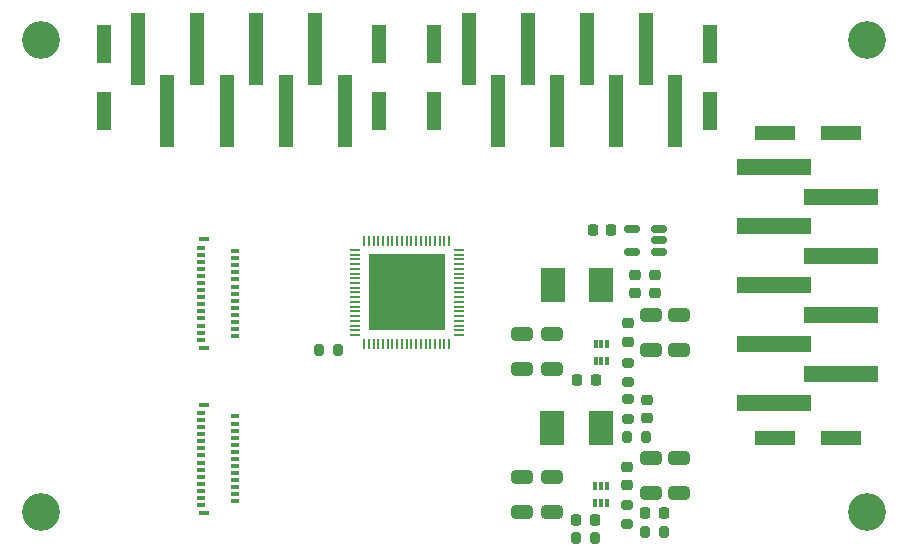
<source format=gbr>
%TF.GenerationSoftware,KiCad,Pcbnew,9.0.7*%
%TF.CreationDate,2026-02-19T01:58:27-08:00*%
%TF.ProjectId,matrix-driver,6d617472-6978-42d6-9472-697665722e6b,rev?*%
%TF.SameCoordinates,Original*%
%TF.FileFunction,Soldermask,Top*%
%TF.FilePolarity,Negative*%
%FSLAX46Y46*%
G04 Gerber Fmt 4.6, Leading zero omitted, Abs format (unit mm)*
G04 Created by KiCad (PCBNEW 9.0.7) date 2026-02-19 01:58:27*
%MOMM*%
%LPD*%
G01*
G04 APERTURE LIST*
G04 Aperture macros list*
%AMRoundRect*
0 Rectangle with rounded corners*
0 $1 Rounding radius*
0 $2 $3 $4 $5 $6 $7 $8 $9 X,Y pos of 4 corners*
0 Add a 4 corners polygon primitive as box body*
4,1,4,$2,$3,$4,$5,$6,$7,$8,$9,$2,$3,0*
0 Add four circle primitives for the rounded corners*
1,1,$1+$1,$2,$3*
1,1,$1+$1,$4,$5*
1,1,$1+$1,$6,$7*
1,1,$1+$1,$8,$9*
0 Add four rect primitives between the rounded corners*
20,1,$1+$1,$2,$3,$4,$5,0*
20,1,$1+$1,$4,$5,$6,$7,0*
20,1,$1+$1,$6,$7,$8,$9,0*
20,1,$1+$1,$8,$9,$2,$3,0*%
G04 Aperture macros list end*
%ADD10C,3.200000*%
%ADD11RoundRect,0.225000X0.225000X0.250000X-0.225000X0.250000X-0.225000X-0.250000X0.225000X-0.250000X0*%
%ADD12RoundRect,0.225000X0.250000X-0.225000X0.250000X0.225000X-0.250000X0.225000X-0.250000X-0.225000X0*%
%ADD13RoundRect,0.225000X-0.225000X-0.250000X0.225000X-0.250000X0.225000X0.250000X-0.225000X0.250000X0*%
%ADD14R,2.057400X2.844800*%
%ADD15R,6.299200X1.397000*%
%ADD16R,3.403600X1.295400*%
%ADD17RoundRect,0.200000X0.275000X-0.200000X0.275000X0.200000X-0.275000X0.200000X-0.275000X-0.200000X0*%
%ADD18RoundRect,0.150000X0.512500X0.150000X-0.512500X0.150000X-0.512500X-0.150000X0.512500X-0.150000X0*%
%ADD19R,1.295400X6.197600*%
%ADD20R,1.193800X3.302000*%
%ADD21RoundRect,0.200000X0.200000X0.275000X-0.200000X0.275000X-0.200000X-0.275000X0.200000X-0.275000X0*%
%ADD22RoundRect,0.225000X-0.250000X0.225000X-0.250000X-0.225000X0.250000X-0.225000X0.250000X0.225000X0*%
%ADD23RoundRect,0.087500X-0.087500X0.250000X-0.087500X-0.250000X0.087500X-0.250000X0.087500X0.250000X0*%
%ADD24RoundRect,0.250000X-0.650000X0.325000X-0.650000X-0.325000X0.650000X-0.325000X0.650000X0.325000X0*%
%ADD25R,0.800000X0.300000*%
%ADD26R,0.650000X0.300000*%
%ADD27R,0.950000X0.400000*%
%ADD28RoundRect,0.250000X0.650000X-0.325000X0.650000X0.325000X-0.650000X0.325000X-0.650000X-0.325000X0*%
%ADD29R,0.909599X0.204000*%
%ADD30R,0.204000X0.909599*%
%ADD31R,6.400800X6.400800*%
G04 APERTURE END LIST*
D10*
%TO.C,H4*%
X170000000Y-138000000D03*
%TD*%
%TO.C,H3*%
X100000000Y-138000000D03*
%TD*%
%TO.C,H2*%
X170000000Y-98000000D03*
%TD*%
%TO.C,H1*%
X100000000Y-98000000D03*
%TD*%
D11*
%TO.C,C14*%
X151200000Y-138100000D03*
X152750000Y-138100000D03*
%TD*%
D12*
%TO.C,C7*%
X151309800Y-128500000D03*
X151309800Y-130050000D03*
%TD*%
D13*
%TO.C,C8*%
X146925000Y-138650000D03*
X145375000Y-138650000D03*
%TD*%
D14*
%TO.C,L2*%
X147440200Y-130850000D03*
X143300000Y-130850000D03*
%TD*%
%TO.C,L1*%
X147490200Y-118800000D03*
X143350000Y-118800000D03*
%TD*%
D15*
%TO.C,J1*%
X162100000Y-108800000D03*
X167800002Y-111300122D03*
X162100000Y-113800244D03*
X167800002Y-116300366D03*
X162100000Y-118800488D03*
X167800002Y-121300610D03*
X162100000Y-123800732D03*
X167800002Y-126300854D03*
X162100000Y-128800976D03*
D16*
X167800002Y-131700488D03*
X167800002Y-105900488D03*
X162200003Y-131700513D03*
X162200003Y-105900463D03*
%TD*%
D17*
%TO.C,R3*%
X149700000Y-127000000D03*
X149700000Y-125350000D03*
%TD*%
D18*
%TO.C,IC1*%
X152362500Y-115950000D03*
X152362500Y-115000000D03*
X152362500Y-114050000D03*
X150087500Y-114050000D03*
X150087500Y-115950000D03*
%TD*%
D19*
%TO.C,J2*%
X108250000Y-98805700D03*
X110750000Y-104005700D03*
X113250000Y-98805700D03*
X115750000Y-104005700D03*
X118250000Y-98805700D03*
X120750000Y-104005700D03*
X123250000Y-98805700D03*
X125750000Y-104005700D03*
D20*
X105350000Y-98405701D03*
X128650000Y-98405701D03*
X105350000Y-104005700D03*
X128650000Y-104005700D03*
%TD*%
D21*
%TO.C,R4*%
X146975000Y-140200000D03*
X145325000Y-140200000D03*
%TD*%
D22*
%TO.C,C17*%
X152000000Y-117900000D03*
X152000000Y-119450000D03*
%TD*%
D13*
%TO.C,C1*%
X145440200Y-126800000D03*
X146990200Y-126800000D03*
%TD*%
D23*
%TO.C,U1*%
X147990200Y-123787500D03*
X147490200Y-123787500D03*
X146990200Y-123787500D03*
X146990200Y-125212500D03*
X147490200Y-125212500D03*
X147990200Y-125212500D03*
%TD*%
D24*
%TO.C,C2*%
X154100000Y-121350000D03*
X154100000Y-124300000D03*
%TD*%
D17*
%TO.C,R6*%
X149650000Y-139025000D03*
X149650000Y-137375000D03*
%TD*%
D22*
%TO.C,C4*%
X149700000Y-122025000D03*
X149700000Y-123575000D03*
%TD*%
D25*
%TO.C,J3*%
X113608200Y-115600000D03*
D26*
X116483200Y-115900000D03*
D25*
X113608200Y-116200000D03*
D26*
X116483200Y-116500000D03*
D25*
X113608200Y-116800000D03*
D26*
X116483200Y-117100000D03*
D25*
X113608200Y-117400000D03*
D26*
X116483200Y-117700000D03*
D25*
X113608200Y-118000000D03*
D26*
X116483200Y-118300000D03*
D25*
X113608200Y-118600000D03*
D26*
X116483200Y-118900000D03*
D25*
X113608200Y-119200000D03*
D26*
X116483200Y-119500000D03*
D25*
X113608200Y-119800000D03*
D26*
X116483200Y-120100000D03*
D25*
X113608200Y-120400000D03*
D26*
X116483200Y-120700000D03*
D25*
X113608200Y-121000000D03*
D26*
X116483200Y-121300000D03*
D25*
X113608200Y-121600000D03*
D26*
X116483200Y-121900000D03*
D25*
X113608200Y-122200000D03*
D26*
X116483200Y-122500000D03*
D25*
X113608200Y-122800000D03*
D26*
X116483200Y-123100000D03*
D25*
X113608200Y-123400000D03*
D27*
X113883200Y-114900000D03*
X113883200Y-124100000D03*
%TD*%
D19*
%TO.C,J5*%
X136250000Y-98805700D03*
X138750000Y-104005700D03*
X141250000Y-98805700D03*
X143750000Y-104005700D03*
X146250000Y-98805700D03*
X148750000Y-104005700D03*
X151250000Y-98805700D03*
X153750000Y-104005700D03*
D20*
X133350000Y-98405701D03*
X156650000Y-98405701D03*
X133350000Y-104005700D03*
X156650000Y-104005700D03*
%TD*%
D28*
%TO.C,C13*%
X143300000Y-137975000D03*
X143300000Y-135025000D03*
%TD*%
D24*
%TO.C,C3*%
X151700000Y-121350000D03*
X151700000Y-124300000D03*
%TD*%
D17*
%TO.C,R2*%
X149700000Y-130100000D03*
X149700000Y-128450000D03*
%TD*%
D11*
%TO.C,C19*%
X148300000Y-114100000D03*
X146750000Y-114100000D03*
%TD*%
D22*
%TO.C,C11*%
X149650000Y-135700000D03*
X149650000Y-134150000D03*
%TD*%
D28*
%TO.C,C12*%
X140800000Y-137975000D03*
X140800000Y-135025000D03*
%TD*%
D21*
%TO.C,R1*%
X151300000Y-131600000D03*
X149650000Y-131600000D03*
%TD*%
%TO.C,R7*%
X125200000Y-124300000D03*
X123550000Y-124300000D03*
%TD*%
D29*
%TO.C,U2*%
X126608200Y-115800000D03*
X126608199Y-116200001D03*
X126608200Y-116600001D03*
X126608200Y-117000000D03*
X126608200Y-117400002D03*
X126608200Y-117800000D03*
X126608200Y-118199999D03*
X126608200Y-118599998D03*
X126608199Y-119000001D03*
X126608199Y-119400000D03*
X126608199Y-119799999D03*
X126608200Y-120200002D03*
X126608200Y-120600001D03*
X126608200Y-121000000D03*
X126608200Y-121399998D03*
X126608200Y-121800000D03*
X126608200Y-122199999D03*
X126608199Y-122599999D03*
X126608200Y-123000000D03*
D30*
X127400000Y-123791800D03*
X127800001Y-123791801D03*
X128200001Y-123791800D03*
X128600000Y-123791800D03*
X128999999Y-123791800D03*
X129400000Y-123791800D03*
X129799999Y-123791800D03*
X130199998Y-123791800D03*
X130600001Y-123791801D03*
X131000000Y-123791801D03*
X131399999Y-123791801D03*
X131800002Y-123791800D03*
X132200001Y-123791800D03*
X132600000Y-123791800D03*
X132999998Y-123791800D03*
X133400000Y-123791800D03*
X133799999Y-123791800D03*
X134199999Y-123791801D03*
X134600000Y-123791800D03*
D29*
X135391800Y-123000000D03*
X135391801Y-122599999D03*
X135391800Y-122199999D03*
X135391800Y-121800000D03*
X135391800Y-121400001D03*
X135391800Y-121000000D03*
X135391800Y-120600001D03*
X135391800Y-120200002D03*
X135391801Y-119799999D03*
X135391801Y-119400000D03*
X135391801Y-119000001D03*
X135391800Y-118599998D03*
X135391800Y-118199999D03*
X135391800Y-117800000D03*
X135391800Y-117400002D03*
X135391800Y-117000000D03*
X135391800Y-116600001D03*
X135391801Y-116200001D03*
X135391800Y-115800000D03*
D30*
X134600000Y-115008200D03*
X134199999Y-115008199D03*
X133799999Y-115008200D03*
X133400000Y-115008200D03*
X133000001Y-115008200D03*
X132600000Y-115008200D03*
X132200001Y-115008200D03*
X131800002Y-115008200D03*
X131399999Y-115008199D03*
X131000000Y-115008199D03*
X130600001Y-115008199D03*
X130199998Y-115008200D03*
X129799999Y-115008200D03*
X129400000Y-115008200D03*
X129000002Y-115008200D03*
X128600000Y-115008200D03*
X128200001Y-115008200D03*
X127800001Y-115008199D03*
X127400000Y-115008200D03*
D31*
X131000000Y-119400000D03*
%TD*%
D23*
%TO.C,U3*%
X147950000Y-135787500D03*
X147450000Y-135787500D03*
X146950000Y-135787500D03*
X146950000Y-137212500D03*
X147450000Y-137212500D03*
X147950000Y-137212500D03*
%TD*%
D28*
%TO.C,C6*%
X140790200Y-125875000D03*
X140790200Y-122925000D03*
%TD*%
D22*
%TO.C,C18*%
X150300000Y-117900000D03*
X150300000Y-119450000D03*
%TD*%
D25*
%TO.C,J4*%
X113578566Y-129600000D03*
D26*
X116453566Y-129900000D03*
D25*
X113578566Y-130200000D03*
D26*
X116453566Y-130500000D03*
D25*
X113578566Y-130800000D03*
D26*
X116453566Y-131100000D03*
D25*
X113578566Y-131400000D03*
D26*
X116453566Y-131700000D03*
D25*
X113578566Y-132000000D03*
D26*
X116453566Y-132300000D03*
D25*
X113578566Y-132600000D03*
D26*
X116453566Y-132900000D03*
D25*
X113578566Y-133200000D03*
D26*
X116453566Y-133500000D03*
D25*
X113578566Y-133800000D03*
D26*
X116453566Y-134100000D03*
D25*
X113578566Y-134400000D03*
D26*
X116453566Y-134700000D03*
D25*
X113578566Y-135000000D03*
D26*
X116453566Y-135300000D03*
D25*
X113578566Y-135600000D03*
D26*
X116453566Y-135900000D03*
D25*
X113578566Y-136200000D03*
D26*
X116453566Y-136500000D03*
D25*
X113578566Y-136800000D03*
D26*
X116453566Y-137100000D03*
D25*
X113578566Y-137400000D03*
D27*
X113853566Y-128900000D03*
X113853566Y-138100000D03*
%TD*%
D24*
%TO.C,C10*%
X151650000Y-136400000D03*
X151650000Y-133450000D03*
%TD*%
D21*
%TO.C,R5*%
X152800000Y-139700000D03*
X151150000Y-139700000D03*
%TD*%
D24*
%TO.C,C9*%
X154050000Y-136400000D03*
X154050000Y-133450000D03*
%TD*%
D28*
%TO.C,C5*%
X143290200Y-125875000D03*
X143290200Y-122925000D03*
%TD*%
M02*

</source>
